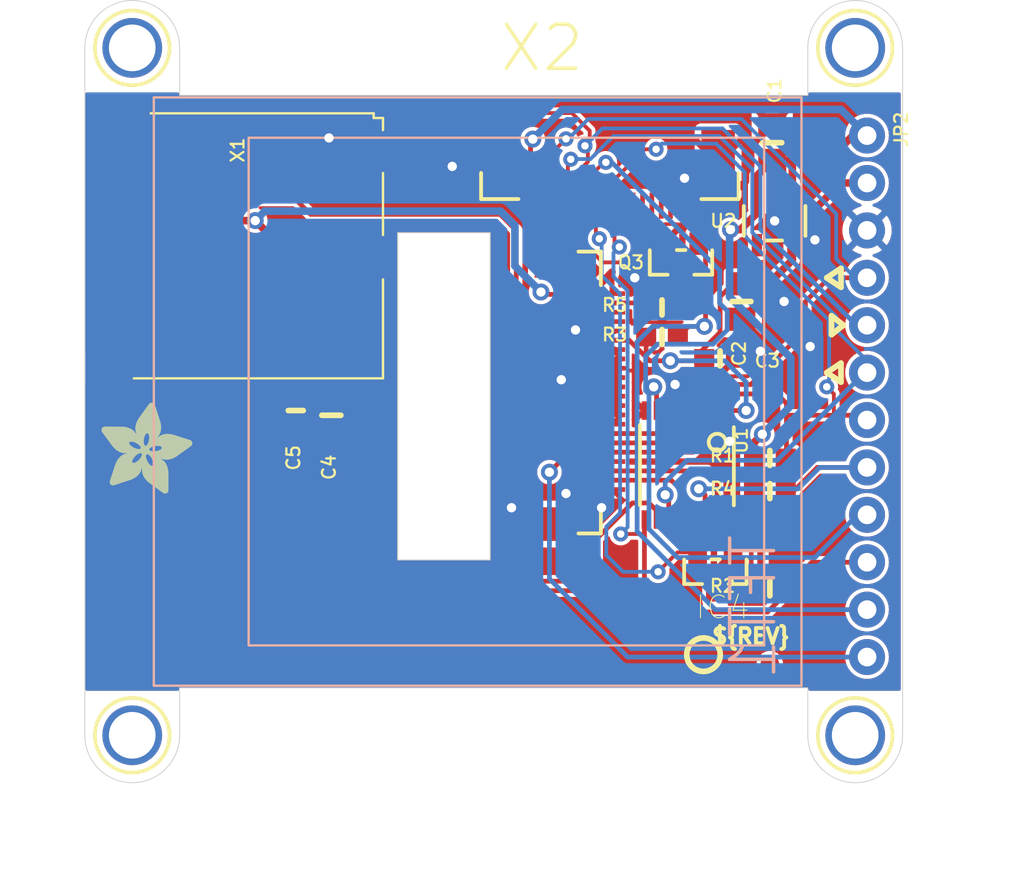
<source format=kicad_pcb>
(kicad_pcb (version 20221018) (generator pcbnew)
  (layers (0 "F.Cu" signal) (1 "In1.Cu" signal) (2 "In2.Cu" signal) (3 "In3.Cu" signal) (4 "In4.Cu" signal) (5 "In5.Cu" signal) (6 "In6.Cu" signal) (7 "In7.Cu" signal) (8 "In8.Cu" signal) (9 "In9.Cu" signal) (10 "In10.Cu" signal) (11 "In11.Cu" signal) (12 "In12.Cu" signal) (13 "In13.Cu" signal) (14 "In14.Cu" signal) (31 "B.Cu" signal) (34 "B.Paste" user) (35 "F.Paste" user) (36 "B.SilkS" user "B.Silkscreen") (37 "F.SilkS" user "F.Silkscreen") (38 "B.Mask" user) (39 "F.Mask" user) (44 "Edge.Cuts" user))
  (net 0 "")
  (net 1 "GND")
  (net 2 "SCK")
  (net 3 "SCK_3V")
  (net 4 "MOSI")
  (net 5 "MOSI_3V")
  (net 6 "MISO")
  (net 7 "+3V3")
  (net 8 "CARDCS")
  (net 9 "CARDCS_3V")
  (net 10 "LEDK")
  (net 11 "LITE")
  (net 12 "TFTDC")
  (net 13 "TFTDC_3V")
  (net 14 "TFTCS_3V")
  (net 15 "TFTCS")
  (net 16 "VIN")
  (net 17 "TFTRST_3V")
  (net 18 "TFTRST")
  (net 19 "N$1")
  (net 20 "TE")
  (footprint "working:PCBFEAT-REV-040" (layer "F.Cu") (at 159.7406 119.1006 180)
    (fp_text reference "U$2" hide)
    (fp_text value "" hide)
  )
  (footprint "working:MOUNTINGHOLE_2.5_PLATED" (layer "F.Cu") (at 167.8686 123.4186)
    (fp_text reference "U$10" hide)
    (fp_text value "MOUNTINGHOLE2.5" hide)
  )
  (footprint "working:PLABEL15" (layer "F.Cu") (at 164.6936 93.8276)
    (fp_text reference "PLABEL15" hide)
    (fp_text value "" hide)
  )
  (footprint "working:PLABEL4" (layer "F.Cu") (at 167.3606 107.0356)
    (fp_text reference "PLABEL4" hide)
    (fp_text value "" hide)
  )
  (footprint "working:0603-NO" (layer "F.Cu") (at 157.5181 102.0826 180)
    (fp_text reference "R3")
    (fp_text value "10K")
  )
  (footprint "working:PLABEL5" (layer "F.Cu") (at 162.2806 104.3686)
    (fp_text reference "PLABEL5" hide)
    (fp_text value "" hide)
  )
  (footprint "working:SOT23-WIDE" (layer "F.Cu") (at 158.5341 98.0821 180)
    (fp_text reference "Q3")
    (fp_text value "BSS138")
  )
  (footprint "working:SOT23-5" (layer "F.Cu") (at 163.5506 95.8596 180)
    (fp_text reference "U2")
    (fp_text value "AP2127K-3.3")
  )
  (footprint "working:0805-NO" (layer "F.Cu") (at 139.8016 106.2736 -90)
    (fp_text reference "C4")
    (fp_text value "10uF")
  )
  (footprint "working:0603-NO" (layer "F.Cu") (at 160.6296 103.2256)
    (fp_text reference "C3")
    (fp_text value "0.1uF")
  )
  (footprint "working:PLABEL16" (layer "F.Cu") (at 165.8366 119.8626)
    (fp_text reference "PLABEL16" hide)
    (fp_text value "" hide)
  )
  (footprint "working:PLABEL7" (layer "F.Cu") (at 162.6616 101.9556)
    (fp_text reference "PLABEL7" hide)
    (fp_text value "" hide)
  )
  (footprint "working:MOUNTINGHOLE_2.5_PLATED" (layer "F.Cu") (at 167.8686 86.5886)
    (fp_text reference "U$9" hide)
    (fp_text value "MOUNTINGHOLE2.5" hide)
  )
  (footprint "working:MICROSD" (layer "F.Cu") (at 134.9756 97.3836 -90)
    (fp_text reference "X1")
    (fp_text value "MICROSD")
  )
  (footprint "working:1X12_ROUND_76MIL" (layer "F.Cu") (at 168.5036 105.2576 -90)
    (fp_text reference "JP2")
    (fp_text value "")
  )
  (footprint "working:FIDUCIAL_1MM" (layer "F.Cu") (at 144.7546 90.5256)
    (fp_text reference "U$4" hide)
    (fp_text value "FIDUCIAL_1MM" hide)
  )
  (footprint "working:0603-NO" (layer "F.Cu") (at 163.2966 115.5446 180)
    (fp_text reference "R2")
    (fp_text value "10K")
  )
  (footprint "working:PLABEL8" (layer "F.Cu") (at 164.9476 117.0686)
    (fp_text reference "PLABEL8" hide)
    (fp_text value "" hide)
  )
  (footprint "working:PLABEL2" (layer "F.Cu") (at 165.2016 112.1156)
    (fp_text reference "PLABEL2" hide)
    (fp_text value "" hide)
  )
  (footprint "working:SOT23-WIDE" (layer "F.Cu") (at 160.3756 114.6556 180)
    (fp_text reference "IC4")
    (fp_text value "APX803-SAG")
  )
  (footprint "working:PLABEL12" (layer "F.Cu") (at 127.3556 112.4966)
    (fp_text reference "PLABEL12" hide)
    (fp_text value "" hide)
  )
  (footprint "working:PLABEL9" (layer "F.Cu") (at 127.3556 117.4496)
    (fp_text reference "PLABEL9" hide)
    (fp_text value "" hide)
  )
  (footprint "working:PLABEL0" (layer "F.Cu") (at 165.2016 91.6686)
    (fp_text reference "PLABEL0" hide)
    (fp_text value "" hide)
  )
  (footprint "working:PLABEL13" (layer "F.Cu") (at 132.9436 110.3376)
    (fp_text reference "PLABEL13" hide)
    (fp_text value "" hide)
  )
  (footprint "working:PLABEL14" (layer "F.Cu") (at 167.2336 98.0186 90)
    (fp_text reference "PLABEL14" hide)
    (fp_text value "" hide)
  )
  (footprint "working:PLABEL1" (layer "F.Cu") (at 164.9476 109.5756)
    (fp_text reference "PLABEL1" hide)
    (fp_text value "" hide)
  )
  (footprint "working:MOUNTINGHOLE_2.5_PLATED" (layer "F.Cu") (at 129.1336 123.4186)
    (fp_text reference "U$8" hide)
    (fp_text value "MOUNTINGHOLE2.5" hide)
  )
  (footprint "working:PLABEL11" (layer "F.Cu") (at 127.3556 114.6556)
    (fp_text reference "PLABEL11" hide)
    (fp_text value "" hide)
  )
  (footprint "working:PLABEL6" (layer "F.Cu") (at 163.2966 99.4156)
    (fp_text reference "PLABEL6" hide)
    (fp_text value "" hide)
  )
  (footprint "working:0603-NO" (layer "F.Cu") (at 163.2966 108.5596 180)
    (fp_text reference "R1")
    (fp_text value "10K")
  )
  (footprint "working:PLABEL3" (layer "F.Cu") (at 167.2336 114.0206)
    (fp_text reference "PLABEL3" hide)
    (fp_text value "" hide)
  )
  (footprint "working:EYE_SPI_DISPLAY_BOTCONTACT" (layer "F.Cu") (at 154.7241 93.8911 180)
    (fp_text reference "X2")
    (fp_text value "EYE_SPI_DISPLAY_FLIP")
  )
  (footprint "working:TSSOP16" (layer "F.Cu") (at 158.8516 108.9406 180)
    (fp_text reference "U1")
    (fp_text value "74HC4050PWR")
  )
  (footprint "working:0805-NO" (layer "F.Cu") (at 161.7726 100.1776 -90)
    (fp_text reference "C2")
    (fp_text value "10uF")
  )
  (footprint "working:0603-NO" (layer "F.Cu") (at 157.5181 100.4951 180)
    (fp_text reference "R5")
    (fp_text value "10")
  )
  (footprint "working:0805-NO" (layer "F.Cu") (at 163.4236 91.6686 90)
    (fp_text reference "C1")
    (fp_text value "10uF")
  )
  (footprint "working:PLABEL10" (layer "F.Cu") (at 127.3556 120.1166)
    (fp_text reference "PLABEL10" hide)
    (fp_text value "" hide)
  )
  (footprint "working:ADAFRUIT_5MM" (layer "F.Cu") (at 127.4826 110.4646)
    (fp_text reference "U$1" hide)
    (fp_text value "" hide)
  )
  (footprint "working:MOUNTINGHOLE_2.5_PLATED" (layer "F.Cu") (at 129.1336 86.5886)
    (fp_text reference "U$7" hide)
    (fp_text value "MOUNTINGHOLE2.5" hide)
  )
  (footprint "working:0603-NO" (layer "F.Cu") (at 137.8966 106.0196 -90)
    (fp_text reference "C5")
    (fp_text value "0.1uF")
  )
  (footprint "working:0603-NO" (layer "F.Cu") (at 163.2966 110.3376 180)
    (fp_text reference "R4")
    (fp_text value "10K")
  )
  (footprint "working:FIDUCIAL_1MM" (layer "F.Cu") (at 163.2966 119.6086)
    (fp_text reference "U$5" hide)
    (fp_text value "FIDUCIAL_1MM" hide)
  )
  (footprint "working:TFT_1.54IN_240X240_22PIN" (layer "B.Cu") (at 153.6446 105.0036 90)
    (fp_text reference "TFT1")
    (fp_text value "DISP_TFT_1.54IN_240X240_22P")
  )
  (footprint "working:PLABEL29" (layer "B.Cu") (at 167.4876 119.2276 180)
    (fp_text reference "PLABEL29" hide)
    (fp_text value "" hide)
  )
  (footprint "working:PLABEL23" (layer "B.Cu") (at 167.4876 106.5276 180)
    (fp_text reference "PLABEL23" hide)
    (fp_text value "" hide)
  )
  (footprint "working:PLABEL24" (layer "B.Cu") (at 167.4876 109.0676 180)
    (fp_text reference "PLABEL24" hide)
    (fp_text value "" hide)
  )
  (footprint "working:PLABEL25" (layer "B.Cu") (at 167.4876 111.6076 180)
    (fp_text reference "PLABEL25" hide)
    (fp_text value "" hide)
  )
  (footprint "working:PLABEL20" (layer "B.Cu") (at 167.4876 98.9076 180)
    (fp_text reference "PLABEL20" hide)
    (fp_text value "" hide)
  )
  (footprint "working:PLABEL27" (layer "B.Cu") (at 167.4876 116.6876 180)
    (fp_text reference "PLABEL27" hide)
    (fp_text value "" hide)
  )
  (footprint "working:PLABEL21" (layer "B.Cu") (at 167.4876 101.4476 180)
    (fp_text reference "PLABEL21" hide)
    (fp_text value "" hide)
  )
  (footprint "working:PLABEL26" (layer "B.Cu") (at 167.4876 114.1476 180)
    (fp_text reference "PLABEL26" hide)
    (fp_text value "" hide)
  )
  (footprint "working:PLABEL28" (layer "B.Cu") (at 128.2446 105.2576 -90)
    (fp_text reference "PLABEL28" hide)
    (fp_text value "" hide)
  )
  (footprint "working:PLABEL19" (layer "B.Cu") (at 167.4876 96.3676 180)
    (fp_text reference "PLABEL19" hide)
    (fp_text value "" hide)
  )
  (footprint "working:PLABEL22" (layer "B.Cu") (at 167.4876 103.9876 180)
    (fp_text reference "PLABEL22" hide)
    (fp_text value "" hide)
  )
  (footprint "working:PLABEL17" (layer "B.Cu") (at 167.4876 91.2876 180)
    (fp_text reference "PLABEL17" hide)
    (fp_text value "" hide)
  )
  (footprint "working:PLABEL18" (layer "B.Cu") (at 167.4876 93.8276 180)
    (fp_text reference "PLABEL18" hide)
    (fp_text value "" hide)
  )
  (gr_line (start 166.5986 101.9556) (end 167.2336 101.4476) (stroke (width 0.3048)) (layer "F.SilkS"))
  (gr_line (start 166.3446 103.9876) (end 167.1066 103.4796) (stroke (width 0.3048)) (layer "F.SilkS"))
  (gr_line (start 166.3446 98.9076) (end 167.1066 98.3996) (stroke (width 0.3048)) (layer "F.SilkS"))
  (gr_line (start 167.1066 103.4796) (end 167.1066 104.4956) (stroke (width 0.3048)) (layer "F.SilkS"))
  (gr_line (start 166.5986 100.9396) (end 166.5986 101.9556) (stroke (width 0.3048)) (layer "F.SilkS"))
  (gr_line (start 167.1066 99.4156) (end 166.3446 98.9076) (stroke (width 0.3048)) (layer "F.SilkS"))
  (gr_line (start 167.2336 101.4476) (end 166.5986 100.9396) (stroke (width 0.3048)) (layer "F.SilkS"))
  (gr_line (start 167.1066 98.3996) (end 167.1066 99.4156) (stroke (width 0.3048)) (layer "F.SilkS"))
  (gr_line (start 167.1066 104.4956) (end 166.3446 103.9876) (stroke (width 0.3048)) (layer "F.SilkS"))
  (gr_line (start 131.6736 89.1286) (end 131.6736 86.5886) (stroke (width 0.05)) (layer "Edge.Cuts"))
  (gr_arc (start 129.1336 125.9586) (mid 127.337549 125.214651) (end 126.5936 123.4186) (stroke (width 0.05)) (layer "Edge.Cuts"))
  (gr_line (start 148.3106 96.4946) (end 143.3576 96.4946) (stroke (width 0.05)) (layer "Edge.Cuts"))
  (gr_line (start 126.5936 86.5886) (end 126.5936 123.4186) (stroke (width 0.05)) (layer "Edge.Cuts"))
  (gr_arc (start 129.1336 84.0486) (mid 130.929651 84.792549) (end 131.6736 86.5886) (stroke (width 0.05)) (layer "Edge.Cuts"))
  (gr_line (start 148.3106 114.0206) (end 148.3106 96.4946) (stroke (width 0.05)) (layer "Edge.Cuts"))
  (gr_line (start 165.3286 89.1286) (end 131.6736 89.1286) (stroke (width 0.05)) (layer "Edge.Cuts"))
  (gr_arc (start 131.6736 123.4186) (mid 130.929651 125.214651) (end 129.1336 125.9586) (stroke (width 0.05)) (layer "Edge.Cuts"))
  (gr_arc (start 167.8686 84.0486) (mid 169.664651 84.792549) (end 170.4086 86.5886) (stroke (width 0.05)) (layer "Edge.Cuts"))
  (gr_line (start 143.3576 114.0206) (end 148.3106 114.0206) (stroke (width 0.05)) (layer "Edge.Cuts"))
  (gr_line (start 143.3576 96.4946) (end 143.3576 114.0206) (stroke (width 0.05)) (layer "Edge.Cuts"))
  (gr_arc (start 167.8686 125.9586) (mid 166.072549 125.214651) (end 165.3286 123.4186) (stroke (width 0.05)) (layer "Edge.Cuts"))
  (gr_line (start 165.3286 86.5886) (end 165.3286 89.1286) (stroke (width 0.05)) (layer "Edge.Cuts"))
  (gr_line (start 165.3286 120.8786) (end 165.3286 123.4186) (stroke (width 0.05)) (layer "Edge.Cuts"))
  (gr_line (start 131.6736 123.4186) (end 131.6736 120.8786) (stroke (width 0.05)) (layer "Edge.Cuts"))
  (gr_arc (start 126.5936 86.5886) (mid 127.337549 84.792549) (end 129.1336 84.0486) (stroke (width 0.05)) (layer "Edge.Cuts"))
  (gr_line (start 131.6736 120.8786) (end 165.3286 120.8786) (stroke (width 0.05)) (layer "Edge.Cuts"))
  (gr_arc (start 165.3286 86.5886) (mid 166.072549 84.792549) (end 167.8686 84.0486) (stroke (width 0.05)) (layer "Edge.Cuts"))
  (gr_arc (start 170.4086 123.4186) (mid 169.664651 125.214651) (end 167.8686 125.9586) (stroke (width 0.05)) (layer "Edge.Cuts"))
  (gr_line (start 170.4086 123.4186) (end 170.4086 86.5886) (stroke (width 0.05)) (layer "Edge.Cuts"))
  (segment (start 152.5056 104.7536) (end 152.1206 104.3686) (width 0.2032) (layer "F.Cu") (net 1))
  (segment (start 158.2166 104.6226) (end 158.05705 104.6226) (width 0.2032) (layer "F.Cu") (net 1))
  (segment (start 154.8426 104.7536) (end 152.5056 104.7536) (width 0.2032) (layer "F.Cu") (net 1))
  (segment (start 158.05705 104.6226) (end 157.31505 103.8806) (width 0.2032) (layer "F.Cu") (net 1))
  (segment (start 157.31505 103.8806) (end 155.7316 103.8806) (width 0.2032) (layer "F.Cu") (net 1))
  (segment (start 154.8426 101.7536) (end 152.934596 101.7536) (width 0.254) (layer "F.Cu") (net 1))
  (segment (start 154.8426 103.7536) (end 155.6046 103.7536) (width 0.2032) (layer "F.Cu") (net 1))
  (segment (start 155.7316 103.8806) (end 155.6046 103.7536) (width 0.2032) (layer "F.Cu") (net 1))
  (segment (start 152.934596 101.7536) (end 152.8826 101.7016) (width 0.254) (layer "F.Cu") (net 1))
  (via (at 165.7096 96.8756) (size 0.9064) (drill 0.5) (layers "F.Cu" "B.Cu") (net 1))
  (via (at 154.2796 111.2266) (size 0.9064) (drill 0.5) (layers "F.Cu" "B.Cu") (net 1))
  (via (at 158.7246 93.5736) (size 0.9064) (drill 0.5) (layers "F.Cu" "B.Cu") (net 1))
  (via (at 146.2786 92.9386) (size 0.9064) (drill 0.5) (layers "F.Cu" "B.Cu") (net 1))
  (via (at 152.1206 104.3686) (size 0.9064) (drill 0.5) (layers "F.Cu" "B.Cu") (net 1))
  (via (at 165.4556 102.5906) (size 0.9064) (drill 0.5) (layers "F.Cu" "B.Cu") (net 1))
  (via (at 139.6746 91.4146) (size 0.9064) (drill 0.5) (layers "F.Cu" "B.Cu") (net 1))
  (via (at 161.1376 107.6706) (size 0.9064) (drill 0.5) (layers "F.Cu" "B.Cu") (net 1))
  (via (at 163.5506 95.8596) (size 0.9064) (drill 0.5) (layers "F.Cu" "B.Cu") (net 1))
  (via (at 152.3746 110.4646) (size 0.9064) (drill 0.5) (layers "F.Cu" "B.Cu") (net 1))
  (via (at 149.4536 111.2266) (size 0.9064) (drill 0.5) (layers "F.Cu" "B.Cu") (net 1))
  (via (at 164.0586 100.1776) (size 0.9064) (drill 0.5) (layers "F.Cu" "B.Cu") (net 1))
  (via (at 162.7886 102.8446) (size 0.9064) (drill 0.5) (layers "F.Cu" "B.Cu") (net 1))
  (via (at 156.0576 98.9076) (size 0.9064) (drill 0.5) (layers "F.Cu" "B.Cu") (net 1))
  (via (at 158.2166 104.6226) (size 0.9064) (drill 0.5) (layers "F.Cu" "B.Cu") (net 1))
  (via (at 152.8826 101.7016) (size 0.9064) (drill 0.5) (layers "F.Cu" "B.Cu") (net 1))
  (segment (start 159.3596 104.6226) (end 162.280596 104.6226) (width 0.254) (layer "F.Cu") (net 2))
  (segment (start 151.8471 91.9897) (end 151.8471 93.1401) (width 0.2032) (layer "F.Cu") (net 2))
  (segment (start 158.5266 105.4556) (end 159.3596 104.6226) (width 0.254) (layer "F.Cu") (net 2))
  (segment (start 158.5266 106.0228) (end 158.5266 105.4556) (width 0.254) (layer "F.Cu") (net 2))
  (segment (start 151.9741 93.2671) (end 151.8471 93.1401) (width 0.2032) (layer "F.Cu") (net 2))
  (segment (start 151.9741 93.2671) (end 151.9741 95.0451) (width 0.2032) (layer "F.Cu") (net 2))
  (segment (start 152.3746 91.4622) (end 151.8471 91.9897) (width 0.2032) (layer "F.Cu") (net 2))
  (segment (start 165.2016 101.7016) (end 165.2016 100.1776) (width 0.254) (layer "F.Cu") (net 2))
  (segment (start 165.2016 100.1776) (end 166.4716 98.9076) (width 0.254) (layer "F.Cu") (net 2))
  (segment (start 165.2016 101.7016) (end 162.280596 104.6226) (width 0.254) (layer "F.Cu") (net 2))
  (segment (start 166.4716 98.9076) (end 168.5036 98.9076) (width 0.254) (layer "F.Cu") (net 2))
  (via (at 152.3746 91.4622) (size 0.8064) (drill 0.4) (layers "F.Cu" "B.Cu") (net 2))
  (segment (start 166.8526 95.4786) (end 166.8526 97.8916) (width 0.2032) (layer "B.Cu") (net 2))
  (segment (start 153.5652 90.3986) (end 152.5016 91.4622) (width 0.2032) (layer "B.Cu") (net 2))
  (segment (start 167.8686 98.9076) (end 168.5036 98.9076) (width 0.2032) (layer "B.Cu") (net 2))
  (segment (start 152.5016 91.4622) (end 152.3746 91.4622) (width 0.2032) (layer "B.Cu") (net 2))
  (segment (start 153.5652 90.3986) (end 161.7726 90.3986) (width 0.2032) (layer "B.Cu") (net 2))
  (segment (start 161.7726 90.3986) (end 166.8526 95.4786) (width 0.2032) (layer "B.Cu") (net 2))
  (segment (start 167.8686 98.9076) (end 166.8526 97.8916) (width 0.2032) (layer "B.Cu") (net 2))
  (segment (start 159.1766 106.7106) (end 159.1766 106.0228) (width 0.254) (layer "F.Cu") (net 3))
  (segment (start 131.8286 94.7446) (end 137.9246 94.7446) (width 0.254) (layer "F.Cu") (net 3))
  (segment (start 149.7076 104.8766) (end 152.5846 107.7536) (width 0.254) (layer "F.Cu") (net 3))
  (segment (start 154.8426 107.7536) (end 158.1336 107.7536) (width 0.254) (layer "F.Cu") (net 3))
  (segment (start 149.7076 96.3676) (end 149.7076 104.8766) (width 0.254) (layer "F.Cu") (net 3))
  (segment (start 158.1336 107.7536) (end 159.1766 106.7106) (width 0.254) (layer "F.Cu") (net 3))
  (segment (start 148.8466 95.5066) (end 138.6866 95.5066) (width 0.254) (layer "F.Cu") (net 3))
  (segment (start 148.8466 95.5066) (end 149.7076 96.3676) (width 0.254) (layer "F.Cu") (net 3))
  (segment (start 138.6866 95.5066) (end 137.9246 94.7446) (width 0.254) (layer "F.Cu") (net 3))
  (segment (start 152.5846 107.7536) (end 154.8426 107.7536) (width 0.254) (layer "F.Cu") (net 3))
  (segment (start 157.6891 110.571225) (end 157.6891 110.537) (width 0.254) (layer "F.Cu") (net 4))
  (segment (start 157.8766 111.8584) (end 157.8766 110.758725) (width 0.254) (layer "F.Cu") (net 4))
  (segment (start 157.8766 110.758725) (end 157.6891 110.571225) (width 0.254) (layer "F.Cu") (net 4))
  (segment (start 152.4741 92.712085) (end 152.4741 95.0451) (width 0.2032) (layer "F.Cu") (net 4))
  (segment (start 152.474115 92.712085) (end 152.4741 92.712085) (width 0.2032) (layer "F.Cu") (net 4))
  (segment (start 152.6286 92.5576) (end 152.474115 92.712085) (width 0.2032) (layer "F.Cu") (net 4))
  (via (at 152.6286 92.5576) (size 0.8064) (drill 0.4) (layers "F.Cu" "B.Cu") (net 4))
  (via (at 157.6891 110.537) (size 0.9064) (drill 0.5) (layers "F.Cu" "B.Cu") (net 4))
  (segment (start 158.8516 108.6866) (end 163.6776 108.6866) (width 0.254) (layer "B.Cu") (net 4))
  (segment (start 154.915668 91.313) (end 160.588262 91.313) (width 0.2032) (layer "B.Cu") (net 4))
  (segment (start 162.3568 93.081538) (end 162.3568 96.482963) (width 0.2032) (layer "B.Cu") (net 4))
  (segment (start 168.5036 103.9876) (end 168.5036 103.3526) (width 0.2032) (layer "B.Cu") (net 4))
  (segment (start 152.6286 92.5576) (end 152.6414 92.5448) (width 0.2032) (layer "B.Cu") (net 4))
  (segment (start 166.8526 100.978763) (end 166.8526 101.7016) (width 0.2032) (layer "B.Cu") (net 4))
  (segment (start 157.6891 109.8491) (end 158.8516 108.6866) (width 0.254) (layer "B.Cu") (net 4))
  (segment (start 168.3766 103.9876) (end 163.6776 108.6866) (width 0.254) (layer "B.Cu") (net 4))
  (segment (start 157.6891 110.537) (end 157.6891 109.8491) (width 0.254) (layer "B.Cu") (net 4))
  (segment (start 152.6414 92.5448) (end 153.683868 92.5448) (width 0.2032) (layer "B.Cu") (net 4))
  (segment (start 168.5036 103.3526) (end 166.8526 101.7016) (width 0.2032) (layer "B.Cu") (net 4))
  (segment (start 168.3766 103.9876) (end 168.5036 103.9876) (width 0.254) (layer "B.Cu") (net 4))
  (segment (start 162.3568 96.482963) (end 166.8526 100.978763) (width 0.2032) (layer "B.Cu") (net 4))
  (segment (start 153.683868 92.5448) (end 154.915668 91.313) (width 0.2032) (layer "B.Cu") (net 4))
  (segment (start 160.588262 91.313) (end 162.3568 93.081538) (width 0.2032) (layer "B.Cu") (net 4))
  (segment (start 158.0136 109.7536) (end 158.5266 110.2666) (width 0.254) (layer "F.Cu") (net 5))
  (segment (start 136.3726 109.0676) (end 142.4686 115.1636) (width 0.254) (layer "F.Cu") (net 5))
  (segment (start 153.3906 109.8296) (end 153.4456 109.7746) (width 0.254) (layer "F.Cu") (net 5))
  (segment (start 153.3906 114.6556) (end 153.3906 109.8296) (width 0.254) (layer "F.Cu") (net 5))
  (segment (start 142.4686 115.1636) (end 152.8826 115.1636) (width 0.254) (layer "F.Cu") (net 5))
  (segment (start 134.917596 96.9446) (end 136.3726 98.3996) (width 0.254) (layer "F.Cu") (net 5))
  (segment (start 158.5266 110.2666) (end 158.5266 111.8584) (width 0.254) (layer "F.Cu") (net 5))
  (segment (start 136.3726 98.3996) (end 136.3726 109.0676) (width 0.254) (layer "F.Cu") (net 5))
  (segment (start 154.8216 109.7746) (end 153.4456 109.7746) (width 0.254) (layer "F.Cu") (net 5))
  (segment (start 154.8216 109.7746) (end 154.8426 109.7536) (width 0.254) (layer "F.Cu") (net 5))
  (segment (start 152.8826 115.1636) (end 153.3906 114.6556) (width 0.254) (layer "F.Cu") (net 5))
  (segment (start 131.8286 96.9446) (end 134.917596 96.9446) (width 0.254) (layer "F.Cu") (net 5))
  (segment (start 154.8426 109.7536) (end 158.0136 109.7536) (width 0.254) (layer "F.Cu") (net 5))
  (segment (start 153.3906 91.8368) (end 153.5456 91.9918) (width 0.2032) (layer "F.Cu") (net 6))
  (segment (start 152.6921 90.0811) (end 147.6121 90.0811) (width 0.2032) (layer "F.Cu") (net 6))
  (segment (start 147.6121 90.0811) (end 143.3576 94.3356) (width 0.2032) (layer "F.Cu") (net 6))
  (segment (start 131.8286 92.5446) (end 138.7726 92.5446) (width 0.254) (layer "F.Cu") (net 6))
  (segment (start 138.7726 92.5446) (end 140.5636 94.3356) (width 0.254) (layer "F.Cu") (net 6))
  (segment (start 153.5456 92.6956) (end 152.9741 93.2671) (width 0.2032) (layer "F.Cu") (net 6))
  (segment (start 153.5456 91.9918) (end 153.5456 92.6956) (width 0.2032) (layer "F.Cu") (net 6))
  (segment (start 153.6446 91.0336) (end 153.6446 91.5828) (width 0.2032) (layer "F.Cu") (net 6))
  (segment (start 153.3906 91.8368) (end 153.6446 91.5828) (width 0.2032) (layer "F.Cu") (net 6))
  (segment (start 152.9741 93.2671) (end 152.9741 95.0451) (width 0.2032) (layer "F.Cu") (net 6))
  (segment (start 153.6446 91.0336) (end 152.6921 90.0811) (width 0.2032) (layer "F.Cu") (net 6))
  (segment (start 143.3576 94.3356) (end 140.5636 94.3356) (width 0.2032) (layer "F.Cu") (net 6))
  (via (at 153.3906 91.8368) (size 0.8064) (drill 0.4) (layers "F.Cu" "B.Cu") (net 6))
  (segment (start 160.7566 90.9066) (end 154.3208 90.9066) (width 0.2032) (layer "B.Cu") (net 6))
  (segment (start 168.5036 101.4476) (end 167.9321 101.4476) (width 0.254) (layer "B.Cu") (net 6))
  (segment (start 167.9321 101.4476) (end 162.7886 96.3041) (width 0.254) (layer "B.Cu") (net 6))
  (segment (start 153.3906 91.8368) (end 154.3208 90.9066) (width 0.2032) (layer "B.Cu") (net 6))
  (segment (start 162.7886 92.9386) (end 160.7566 90.9066) (width 0.2032) (layer "B.Cu") (net 6))
  (segment (start 162.7886 96.3041) (end 162.7886 92.9386) (width 0.2032) (layer "B.Cu") (net 6))
  (segment (start 152.3746 102.7176) (end 151.8666 102.2096) (width 0.4064) (layer "F.Cu") (net 7))
  (segment (start 168.5036 93.8276) (end 167.1066 93.8276) (width 0.4064) (layer "F.Cu") (net 7))
  (segment (start 139.8016 105.3236) (end 138.0506 105.3236) (width 0.4064) (layer "F.Cu") (net 7))
  (segment (start 151.0326 99.6696) (end 151.1596 99.7966) (width 0.254) (layer "F.Cu") (net 7))
  (segment (start 137.8966 98.0186) (end 137.8966 105.1696) (width 0.4064) (layer "F.Cu") (net 7))
  (segment (start 156.8586 103.3526) (end 157.9626 103.3526) (width 0.254) (layer "F.Cu") (net 7))
  (segment (start 154.8426 99.7536) (end 154.8426 98.5986) (width 0.254) (layer "F.Cu") (net 7))
  (segment (start 154.8426 102.2536) (end 153.8266 102.2536) (width 0.254) (layer "F.Cu") (net 7))
  (segment (start 163.2306 99.2276) (end 164.5006 97.9576) (width 0.4064) (layer "F.Cu") (net 7))
  (segment (start 154.8426 98.5986) (end 153.3906 100.0506) (width 0.4064) (layer "F.Cu") (net 7))
  (segment (start 161.7726 99.2276) (end 161.3256 99.2276) (width 0.254) (layer "F.Cu") (net 7))
  (segment (start 162.0266 106.0196) (end 162.0234 106.0228) (width 0.254) (layer "F.Cu") (net 7))
  (segment (start 159.7796 103.2256) (end 159.5061 102.9521) (width 0.254) (layer "F.Cu") (net 7))
  (segment (start 153.3906 100.0506) (end 153.3906 100.7536) (width 0.4064) (layer "F.Cu") (net 7))
  (segment (start 153.3906 100.7536) (end 154.8426 100.7536) (width 0.254) (layer "F.Cu") (net 7))
  (segment (start 154.8426 101.2536) (end 154.8426 100.7536) (width 0.254) (layer "F.Cu") (net 7))
  (segment (start 153.8266 102.2536) (end 153.8266 102.2816) (width 0.254) (layer "F.Cu") (net 7))
  (segment (start 160.6296 99.9236) (end 160.6296 101.8286) (width 0.254) (layer "F.Cu") (net 7))
  (segment (start 151.8666 101.1936) (end 152.3066 100.7536) (width 0.4064) (layer "F.Cu") (net 7))
  (segment (start 156.8586 103.3526) (end 156.6681 103.1621) (width 0.254) (layer "F.Cu") (net 7))
  (segment (start 135.7226 95.8446) (end 137.8966 98.0186) (width 0.4064) (layer "F.Cu") (net 7))
  (segment (start 156.6681 103.1621) (end 155.7596 102.2536) (width 0.254) (layer "F.Cu") (net 7))
  (segment (start 153.3906 102.7176) (end 152.3746 102.7176) (width 0.4064) (layer "F.Cu") (net 7))
  (segment (start 159.6526 103.3526) (end 159.7796 103.2256) (width 0.254) (layer "F.Cu") (net 7))
  (segment (start 152.3066 100.7536) (end 153.3906 100.7536) (width 0.4064) (layer "F.Cu") (net 7))
  (segment (start 161.3256 99.2276) (end 160.6296 99.9236) (width 0.254) (layer "F.Cu") (net 7))
  (segment (start 160.6296 101.8286) (end 159.5061 102.9521) (width 0.254) (layer "F.Cu") (net 7))
  (segment (start 154.8426 99.7536) (end 154.8426 98.5696) (width 0.254) (layer "F.Cu") (net 7))
  (segment (start 154.8426 102.2536) (end 155.7596 102.2536) (width 0.254) (layer "F.Cu") (net 7))
  (segment (start 154.8426 98.5696) (end 153.6156 99.7966) (width 0.254) (layer "F.Cu") (net 7))
  (segment (start 153.6156 99.7966) (end 151.1596 99.7966) (width 0.254) (layer "F.Cu") (net 7))
  (segment (start 159.6526 103.3526) (end 157.9626 103.3526) (width 0.254) (layer "F.Cu") (net 7))
  (segment (start 153.8266 102.2816) (end 153.3906 102.7176) (width 0.254) (layer "F.Cu") (net 7))
  (segment (start 156.6681 102.0826) (end 156.6681 103.1621) (width 0.254) (layer "F.Cu") (net 7))
  (segment (start 138.0506 105.3236) (end 137.8966 105.1696) (width 0.254) (layer "F.Cu") (net 7))
  (segment (start 131.4286 95.8446) (end 135.7226 95.8446) (width 0.4064) (layer "F.Cu") (net 7))
  (segment (start 167.1066 93.8276) (end 164.5006 96.4336) (width 0.4064) (layer "F.Cu") (net 7))
  (segment (start 164.5006 96.4336) (end 164.5006 97.1597) (width 0.4064) (layer "F.Cu") (net 7))
  (segment (start 162.0234 106.0228) (end 161.1266 106.0228) (width 0.254) (layer "F.Cu") (net 7))
  (segment (start 164.5006 97.9576) (end 164.5006 97.1597) (width 0.4064) (layer "F.Cu") (net 7))
  (segment (start 151.8666 102.2096) (end 151.8666 101.1936) (width 0.4064) (layer "F.Cu") (net 7))
  (segment (start 161.7726 99.2276) (end 163.2306 99.2276) (width 0.4064) (layer "F.Cu") (net 7))
  (via (at 151.0326 99.6696) (size 0.9064) (drill 0.5) (layers "F.Cu" "B.Cu") (net 7))
  (via (at 162.0266 106.0196) (size 0.9064) (drill 0.5) (layers "F.Cu" "B.Cu") (net 7))
  (via (at 157.9626 103.3526) (size 0.9064) (drill 0.5) (layers "F.Cu" "B.Cu") (net 7))
  (via (at 135.7226 95.8446) (size 0.9064) (drill 0.5) (layers "F.Cu" "B.Cu") (net 7))
  (segment (start 148.8586 95.3366) (end 136.2306 95.3366) (width 0.4064) (layer "B.Cu") (net 7))
  (segment (start 135.7226 95.8446) (end 136.2306 95.3366) (width 0.4064) (layer "B.Cu") (net 7))
  (segment (start 160.8836 103.3526) (end 157.9626 103.3526) (width 0.254) (layer "B.Cu") (net 7))
  (segment (start 149.6356 98.2726) (end 151.0326 99.6696) (width 0.4064) (layer "B.Cu") (net 7))
  (segment (start 162.0266 104.4956) (end 160.8836 103.3526) (width 0.254) (layer "B.Cu") (net 7))
  (segment (start 162.0266 104.4956) (end 162.0266 106.0196) (width 0.254) (layer "B.Cu") (net 7))
  (segment (start 149.6356 96.1136) (end 148.8586 95.3366) (width 0.4064) (layer "B.Cu") (net 7))
  (segment (start 149.6356 96.1136) (end 149.6356 98.2726) (width 0.4064) (layer "B.Cu") (net 7))
  (segment (start 163.1696 116.8146) (end 164.1466 115.8376) (width 0.254) (layer "F.Cu") (net 8))
  (segment (start 156.5766 115.6826) (end 157.7086 116.8146) (width 0.254) (layer "F.Cu") (net 8))
  (segment (start 164.1466 115.5446) (end 165.5436 114.1476) (width 0.254) (layer "F.Cu") (net 8))
  (segment (start 155.306193 112.634194) (end 156.460193 112.634194) (width 0.2032) (layer "F.Cu") (net 8))
  (segment (start 155.2321 97.2566) (end 154.9741 97.2566) (width 0.2032) (layer "F.Cu") (net 8))
  (segment (start 164.1466 115.8376) (end 164.1466 115.5446) (width 0.254) (layer "F.Cu") (net 8))
  (segment (start 154.9741 95.0451) (end 154.9741 97.2566) (width 0.2032) (layer "F.Cu") (net 8))
  (segment (start 156.460193 112.634194) (end 156.5766 112.7506) (width 0.2032) (layer "F.Cu") (net 8))
  (segment (start 156.5766 111.8584) (end 156.5766 112.7506) (width 0.254) (layer "F.Cu") (net 8))
  (segment (start 156.5766 112.7506) (end 156.5766 115.6826) (width 0.254) (layer "F.Cu") (net 8))
  (segment (start 157.7086 116.8146) (end 163.1696 116.8146) (width 0.254) (layer "F.Cu") (net 8))
  (segment (start 165.5436 114.1476) (end 168.5036 114.1476) (width 0.254) (layer "F.Cu") (net 8))
  (via (at 155.306193 112.634194) (size 0.8064) (drill 0.4) (layers "F.Cu" "B.Cu") (net 8))
  (via (at 155.2321 97.2566) (size 0.8064) (drill 0.4) (layers "F.Cu" "B.Cu") (net 8))
  (segment (start 154.9186 98.840575) (end 155.6766 99.598575) (width 0.2032) (layer "B.Cu") (net 8))
  (segment (start 154.9186 97.5701) (end 154.9186 98.840575) (width 0.2032) (layer "B.Cu") (net 8))
  (segment (start 155.6766 99.598575) (end 155.6766 112.263788) (width 0.2032) (layer "B.Cu") (net 8))
  (segment (start 155.6766 112.263788) (end 155.306193 112.634194) (width 0.2032) (layer "B.Cu") (net 8))
  (segment (start 155.2321 97.2566) (end 154.9186 97.5701) (width 0.2032) (layer "B.Cu") (net 8))
  (segment (start 157.2266 111.3796) (end 156.8196 110.9726) (width 0.254) (layer "F.Cu") (net 9))
  (segment (start 157.2266 111.8584) (end 157.2266 111.3796) (width 0.254) (layer "F.Cu") (net 9))
  (segment (start 141.5796 115.6716) (end 135.2296 109.3216) (width 0.254) (layer "F.Cu") (net 9))
  (segment (start 133.3506 98.0446) (end 132.2286 98.0446) (width 0.254) (layer "F.Cu") (net 9))
  (segment (start 156.8196 110.9726) (end 155.9306 110.9726) (width 0.254) (layer "F.Cu") (net 9))
  (segment (start 135.2296 99.9236) (end 133.3506 98.0446) (width 0.254) (layer "F.Cu") (net 9))
  (segment (start 154.0256 112.8776) (end 154.0256 114.7826) (width 0.254) (layer "F.Cu") (net 9))
  (segment (start 135.2296 109.3216) (end 135.2296 99.9236) (width 0.254) (layer "F.Cu") (net 9))
  (segment (start 154.0256 114.7826) (end 153.1366 115.6716) (width 0.254) (layer "F.Cu") (net 9))
  (segment (start 155.9306 110.9726) (end 154.0256 112.8776) (width 0.254) (layer "F.Cu") (net 9))
  (segment (start 153.1366 115.6716) (end 141.5796 115.6716) (width 0.254) (layer "F.Cu") (net 9))
  (segment (start 156.4266 100.2536) (end 156.6681 100.4951) (width 0.254) (layer "F.Cu") (net 10))
  (segment (start 156.4266 100.2536) (end 154.8426 100.2536) (width 0.254) (layer "F.Cu") (net 10))
  (segment (start 159.7881 101.5111) (end 159.8516 101.4476) (width 0.254) (layer "F.Cu") (net 11))
  (segment (start 159.7881 101.5111) (end 158.9396 101.5111) (width 0.254) (layer "F.Cu") (net 11))
  (segment (start 159.8516 97.3226) (end 159.3186 96.7896) (width 0.254) (layer "F.Cu") (net 11))
  (segment (start 159.2551 96.8531) (end 159.3186 96.7896) (width 0.2032) (layer "F.Cu") (net 11))
  (segment (start 152.7556 96.4946) (end 154.3431 98.0821) (width 0.2032) (layer "F.Cu") (net 11))
  (segment (start 159.4841 97.0821) (end 159.4841 97.1956) (width 0.2032) (layer "F.Cu") (net 11))
  (segment (start 151.2316 96.4946) (end 152.7556 96.4946) (width 0.2032) (layer "F.Cu") (net 11))
  (segment (start 158.9396 101.5111) (end 158.3681 102.0826) (width 0.254) (layer "F.Cu") (net 11))
  (segment (start 159.2551 96.8531) (end 159.4841 97.0821) (width 0.254) (layer "F.Cu") (net 11))
  (segment (start 159.4841 97.1956) (end 158.5976 98.0821) (width 0.2032) (layer "F.Cu") (net 11))
  (segment (start 159.8516 97.3226) (end 159.8516 101.4476) (width 0.254) (layer "F.Cu") (net 11))
  (segment (start 154.3431 98.0821) (end 158.5976 98.0821) (width 0.2032) (layer "F.Cu") (net 11))
  (segment (start 150.9741 95.0451) (end 150.9741 96.2371) (width 0.2032) (layer "F.Cu") (net 11))
  (segment (start 150.9741 96.2371) (end 151.2316 96.4946) (width 0.2032) (layer "F.Cu") (net 11))
  (via (at 159.7881 101.5111) (size 0.9064) (drill 0.5) (layers "F.Cu" "B.Cu") (net 11))
  (segment (start 156.1846 112.4966) (end 160.3756 116.6876) (width 0.254) (layer "B.Cu") (net 11))
  (segment (start 160.3756 116.6876) (end 168.5036 116.6876) (width 0.254) (layer "B.Cu") (net 11))
  (segment (start 157.0101 101.5111) (end 159.7881 101.5111) (width 0.254) (layer "B.Cu") (net 11))
  (segment (start 156.1846 102.3366) (end 157.0101 101.5111) (width 0.254) (layer "B.Cu") (net 11))
  (segment (start 156.1846 102.3366) (end 156.1846 112.4966) (width 0.254) (layer "B.Cu") (net 11))
  (segment (start 153.4741 95.0451) (end 153.4741 93.65405) (width 0.2032) (layer "F.Cu") (net 12))
  (segment (start 157.2266 104.9026) (end 157.0736 104.7496) (width 0.254) (layer "F.Cu") (net 12))
  (segment (start 153.4741 93.65405) (end 154.405812 92.722338) (width 0.2032) (layer "F.Cu") (net 12))
  (segment (start 154.5076 92.722338) (end 154.405812 92.722338) (width 0.2032) (layer "F.Cu") (net 12))
  (segment (start 157.2266 106.0228) (end 157.2266 104.9026) (width 0.254) (layer "F.Cu") (net 12))
  (via (at 157.0736 104.7496) (size 0.9064) (drill 0.5) (layers "F.Cu" "B.Cu") (net 12))
  (via (at 154.5076 92.722338) (size 0.8064) (drill 0.4) (layers "F.Cu" "B.Cu") (net 12))
  (segment (start 156.6418 103.0986) (end 157.2768 102.4636) (width 0.254) (layer "B.Cu") (net 12))
  (segment (start 165.7096 113.8936) (end 167.9956 111.6076) (width 0.254) (layer "B.Cu") (net 12))
  (segment (start 157.0736 104.8766) (end 156.8196 105.1306) (width 0.254) (layer "B.Cu") (net 12))
  (segment (start 165.7096 113.8936) (end 158.3436 113.8936) (width 0.254) (layer "B.Cu") (net 12))
  (segment (start 160.6042 98.5012) (end 154.825337 92.722338) (width 0.254) (layer "B.Cu") (net 12))
  (segment (start 161.0106 100.677944) (end 160.6042 100.271544) (width 0.254) (layer "B.Cu") (net 12))
  (segment (start 156.6418 104.9528) (end 156.6418 103.0986) (width 0.254) (layer "B.Cu") (net 12))
  (segment (start 167.9956 111.6076) (end 168.5036 111.6076) (width 0.254) (layer "B.Cu") (net 12))
  (segment (start 160.6042 100.271544) (end 160.6042 98.5012) (width 0.254) (layer "B.Cu") (net 12))
  (segment (start 156.8196 105.1306) (end 156.8196 112.3696) (width 0.254) (layer "B.Cu") (net 12))
  (segment (start 156.8196 112.3696) (end 158.3436 113.8936) (width 0.254) (layer "B.Cu") (net 12))
  (segment (start 161.0106 101.7016) (end 161.0106 100.677944) (width 0.254) (layer "B.Cu") (net 12))
  (segment (start 157.0736 104.7496) (end 157.0736 104.8766) (width 0.254) (layer "B.Cu") (net 12))
  (segment (start 156.8196 105.1306) (end 156.6418 104.9528) (width 0.254) (layer "B.Cu") (net 12))
  (segment (start 157.2768 102.4636) (end 160.2486 102.4636) (width 0.254) (layer "B.Cu") (net 12))
  (segment (start 160.2486 102.4636) (end 161.0106 101.7016) (width 0.254) (layer "B.Cu") (net 12))
  (segment (start 154.825337 92.722338) (end 154.5076 92.722338) (width 0.254) (layer "B.Cu") (net 12))
  (segment (start 157.8766 106.8676) (end 157.8766 106.0228) (width 0.254) (layer "F.Cu") (net 13))
  (segment (start 157.4906 107.2536) (end 157.8766 106.8676) (width 0.254) (layer "F.Cu") (net 13))
  (segment (start 154.8426 107.2536) (end 157.4906 107.2536) (width 0.254) (layer "F.Cu") (net 13))
  (segment (start 160.4766 106.9346) (end 160.4766 106.0228) (width 0.254) (layer "F.Cu") (net 14))
  (segment (start 159.1576 108.2536) (end 160.4766 106.9346) (width 0.254) (layer "F.Cu") (net 14))
  (segment (start 154.8426 108.2536) (end 159.1576 108.2536) (width 0.254) (layer "F.Cu") (net 14))
  (segment (start 156.5942 92.021) (end 157.2006 92.021) (width 0.2032) (layer "F.Cu") (net 15))
  (segment (start 164.1856 106.2736) (end 164.1856 108.5596) (width 0.254) (layer "F.Cu") (net 15))
  (segment (start 166.7256 105.1306) (end 166.7256 106.2736) (width 0.2032) (layer "F.Cu") (net 15))
  (segment (start 164.1466 108.5596) (end 164.1856 108.5596) (width 0.254) (layer "F.Cu") (net 15))
  (segment (start 164.1856 106.2736) (end 166.7256 106.2736) (width 0.254) (layer "F.Cu") (net 15))
  (segment (start 154.4741 95.0451) (end 154.4741 94.1411) (width 0.2032) (layer "F.Cu") (net 15))
  (segment (start 159.8266 106.0228) (end 159.8266 105.4256) (width 0.254) (layer "F.Cu") (net 15))
  (segment (start 164.1856 105.6386) (end 164.1856 106.2736) (width 0.254) (layer "F.Cu") (net 15))
  (segment (start 160.1216 105.1306) (end 163.6776 105.1306) (width 0.254) (layer "F.Cu") (net 15))
  (segment (start 163.6776 105.1306) (end 164.1856 105.6386) (width 0.254) (layer "F.Cu") (net 15))
  (segment (start 168.2496 106.2736) (end 168.5036 106.5276) (width 0.254) (layer "F.Cu") (net 15))
  (segment (start 154.4741 94.1411) (end 156.5942 92.021) (width 0.2032) (layer "F.Cu") (net 15))
  (segment (start 166.3446 104.7496) (end 166.7256 105.1306) (width 0.2032) (layer "F.Cu") (net 15))
  (segment (start 159.8266 105.4256) (end 160.1216 105.1306) (width 0.254) (layer "F.Cu") (net 15))
  (segment (start 166.7256 106.2736) (end 168.2496 106.2736) (width 0.254) (layer "F.Cu") (net 15))
  (via (at 166.3446 104.7496) (size 0.8064) (drill 0.4) (layers "F.Cu" "B.Cu") (net 15))
  (via (at 157.2006 92.021) (size 0.8064) (drill 0.4) (layers "F.Cu" "B.Cu") (net 15))
  (segment (start 161.9504 93.249875) (end 161.9504 96.6724) (width 0.2032) (layer "B.Cu") (net 15))
  (segment (start 157.2006 92.021) (end 157.5022 91.7194) (width 0.2032) (layer "B.Cu") (net 15))
  (segment (start 166.4716 101.895338) (end 166.4716 104.6226) (width 0.2032) (layer "B.Cu") (net 15))
  (segment (start 166.4462 101.1682) (end 166.4462 101.869938) (width 0.2032) (layer "B.Cu") (net 15))
  (segment (start 160.419925 91.7194) (end 161.9504 93.249875) (width 0.2032) (layer "B.Cu") (net 15))
  (segment (start 166.4462 101.869938) (end 166.4716 101.895338) (width 0.2032) (layer "B.Cu") (net 15))
  (segment (start 157.5022 91.7194) (end 160.419925 91.7194) (width 0.2032) (layer "B.Cu") (net 15))
  (segment (start 161.9504 96.6724) (end 166.4462 101.1682) (width 0.2032) (layer "B.Cu") (net 15))
  (segment (start 166.4716 104.6226) (end 166.3446 104.7496) (width 0.2032) (layer "B.Cu") (net 15))
  (segment (start 161.187012 96.3255) (end 161.7236 96.3255) (width 0.4064) (layer "F.Cu") (net 16))
  (segment (start 162.6006 93.4416) (end 163.4236 92.6186) (width 0.4064) (layer "F.Cu") (net 16))
  (segment (start 160.3756 115.6556) (end 162.4466 115.6556) (width 0.4064) (layer "F.Cu") (net 16))
  (segment (start 162.8276 110.7186) (end 162.8276 115.1636) (width 0.4064) (layer "F.Cu") (net 16))
  (segment (start 162.8276 110.7186) (end 162.4466 110.3376) (width 0.4064) (layer "F.Cu") (net 16))
  (segment (start 162.6006 94.5595) (end 162.6006 93.4416) (width 0.4064) (layer "F.Cu") (net 16))
  (segment (start 162.6006 95.4485) (end 162.6006 94.5595) (width 0.4064) (layer "F.Cu") (net 16))
  (segment (start 150.4741 95.0451) (end 150.4741 91.6006) (width 0.254) (layer "F.Cu") (net 16))
  (segment (start 162.6006 95.4485) (end 161.7236 96.3255) (width 0.4064) (layer "F.Cu") (net 16))
  (segment (start 150.5966 91.4781) (end 150.4741 91.6006) (width 0.4064) (layer "F.Cu") (net 16))
  (segment (start 166.4106 92.6186) (end 164.5666 92.6186) (width 0.4064) (layer "F.Cu") (net 16))
  (segment (start 164.5006 94.5595) (end 164.5006 92.6846) (width 0.4064) (layer "F.Cu") (net 16))
  (segment (start 164.5666 92.6186) (end 163.4236 92.6186) (width 0.4064) (layer "F.Cu") (net 16))
  (segment (start 162.4466 115.5446) (end 162.4466 115.6556) (width 0.4064) (layer "F.Cu") (net 16))
  (segment (start 162.4466 115.5446) (end 162.8276 115.1636) (width 0.254) (layer "F.Cu") (net 16))
  (segment (start 162.4466 108.5596) (end 162.4466 107.7372) (width 0.4064) (layer "F.Cu") (net 16))
  (segment (start 162.8942 107.2896) (end 162.4466 107.7372) (width 0.4064) (layer "F.Cu") (net 16))
  (segment (start 168.5036 91.2876) (end 167.7416 91.2876) (width 0.4064) (layer "F.Cu") (net 16))
  (segment (start 167.7416 91.2876) (end 166.4106 92.6186) (width 0.4064) (layer "F.Cu") (net 16))
  (segment (start 164.5006 92.6846) (end 164.5666 92.6186) (width 0.4064) (layer "F.Cu") (net 16))
  (segment (start 162.4466 110.3376) (end 162.4466 108.5596) (width 0.4064) (layer "F.Cu") (net 16))
  (via (at 162.8942 107.2896) (size 0.9064) (drill 0.5) (layers "F.Cu" "B.Cu") (net 16))
  (via (at 150.5966 91.4781) (size 0.9064) (drill 0.5) (layers "F.Cu" "B.Cu") (net 16))
  (via (at 161.187012 96.3255) (size 0.9064) (drill 0.5) (layers "F.Cu" "B.Cu") (net 16))
  (segment (start 150.5966 91.4781) (end 152.1841 89.8906) (width 0.4064) (layer "B.Cu") (net 16))
  (segment (start 162.8942 107.2896) (end 164.4182 105.7656) (width 0.4064) (layer "B.Cu") (net 16))
  (segment (start 167.1066 89.8906) (end 168.5036 91.2876) (width 0.4064) (layer "B.Cu") (net 16))
  (segment (start 164.4182 103.2042) (end 164.4182 105.7656) (width 0.4064) (layer "B.Cu") (net 16))
  (segment (start 164.4182 103.2042) (end 161.1376 99.9236) (width 0.4064) (layer "B.Cu") (net 16))
  (segment (start 167.1066 89.8906) (end 152.1841 89.8906) (width 0.4064) (layer "B.Cu") (net 16))
  (segment (start 161.187012 96.3255) (end 161.1376 96.374913) (width 0.4064) (layer "B.Cu") (net 16))
  (segment (start 161.1376 96.374913) (end 161.1376 99.9236) (width 0.4064) (layer "B.Cu") (net 16))
  (segment (start 160.4766 109.8036) (end 160.4766 111.8584) (width 0.254) (layer "F.Cu") (net 17))
  (segment (start 159.9266 109.2536) (end 160.4766 109.8036) (width 0.254) (layer "F.Cu") (net 17))
  (segment (start 154.8426 109.2536) (end 159.9266 109.2536) (width 0.254) (layer "F.Cu") (net 17))
  (segment (start 159.4641 113.6171) (end 159.4256 113.6556) (width 0.254) (layer "F.Cu") (net 18))
  (segment (start 153.9741 96.6272) (end 154.159 96.8121) (width 0.2032) (layer "F.Cu") (net 18))
  (segment (start 159.8266 113.2546) (end 159.4641 113.6171) (width 0.254) (layer "F.Cu") (net 18))
  (segment (start 165.8366 109.0676) (end 168.5036 109.0676) (width 0.254) (layer "F.Cu") (net 18))
  (segment (start 159.8266 111.8584) (end 159.8266 113.2546) (width 0.254) (layer "F.Cu") (net 18))
  (segment (start 157.31 114.659188) (end 158.352087 113.6171) (width 0.2032) (layer "F.Cu") (net 18))
  (segment (start 164.5666 110.3376) (end 165.8366 109.0676) (width 0.254) (layer "F.Cu") (net 18))
  (segment (start 153.9741 95.0451) (end 153.9741 96.6272) (width 0.2032) (layer "F.Cu") (net 18))
  (segment (start 159.8266 110.5506) (end 159.4866 110.2106) (width 0.254) (layer "F.Cu") (net 18))
  (segment (start 164.1466 110.3376) (end 164.5666 110.3376) (width 0.254) (layer "F.Cu") (net 18))
  (segment (start 158.352087 113.6171) (end 159.4641 113.6171) (width 0.2032) (layer "F.Cu") (net 18))
  (segment (start 159.8266 111.8584) (end 159.8266 110.5506) (width 0.254) (layer "F.Cu") (net 18))
  (via (at 157.31 114.659188) (size 0.8064) (drill 0.4) (layers "F.Cu" "B.Cu") (net 18))
  (via (at 154.159 96.8121) (size 0.8064) (drill 0.4) (layers "F.Cu" "B.Cu") (net 18))
  (via (at 159.4866 110.2106) (size 0.9064) (drill 0.5) (layers "F.Cu" "B.Cu") (net 18))
  (segment (start 154.286 96.8121) (end 154.286 98.787) (width 0.2032) (layer "B.Cu") (net 18))
  (segment (start 154.159 96.8121) (end 154.286 96.8121) (width 0.2032) (layer "B.Cu") (net 18))
  (segment (start 159.4866 110.2106) (end 164.8206 110.2106) (width 0.254) (layer "B.Cu") (net 18))
  (segment (start 155.426187 114.659188) (end 157.31 114.659188) (width 0.2032) (layer "B.Cu") (net 18))
  (segment (start 154.286 98.787) (end 155.2702 99.7712) (width 0.2032) (layer "B.Cu") (net 18))
  (segment (start 155.2702 111.506) (end 154.5336 112.2426) (width 0.2032) (layer "B.Cu") (net 18))
  (segment (start 164.8206 110.2106) (end 165.9636 109.0676) (width 0.254) (layer "B.Cu") (net 18))
  (segment (start 154.5336 113.7666) (end 155.426187 114.659188) (width 0.2032) (layer "B.Cu") (net 18))
  (segment (start 155.2702 99.7712) (end 155.2702 111.506) (width 0.2032) (layer "B.Cu") (net 18))
  (segment (start 165.9636 109.0676) (end 168.5036 109.0676) (width 0.254) (layer "B.Cu") (net 18))
  (segment (start 154.5336 112.2426) (end 154.5336 113.7666) (width 0.2032) (layer "B.Cu") (net 18))
  (segment (start 158.3681 99.0821) (end 158.3681 100.4951) (width 0.254) (layer "F.Cu") (net 19))
  (segment (start 158.5341 99.0821) (end 158.3681 99.0821) (width 0.254) (layer "F.Cu") (net 19))
  (segment (start 154.8426 108.7536) (end 152.0536 108.7536) (width 0.254) (layer "F.Cu") (net 20))
  (segment (start 152.0536 108.7536) (end 151.4856 109.3216) (width 0.254) (layer "F.Cu") (net 20))
  (via (at 151.4856 109.3216) (size 0.9064) (drill 0.5) (layers "F.Cu" "B.Cu") (net 20))
  (segment (start 151.4856 109.3216) (end 151.4856 115.0366) (width 0.254) (layer "B.Cu") (net 20))
  (segment (start 151.4856 115.0366) (end 155.6766 119.2276) (width 0.254) (layer "B.Cu") (net 20))
  (segment (start 155.6766 119.2276) (end 168.5036 119.2276) (width 0.254) (layer "B.Cu") (net 20))
  (zone (net 1) (net_name "GND") (layer "F.Cu") (priority 6) (connect_pads (clearance 0.000001)) (min_thickness 0.1524) (fill yes (thermal_gap 0.3548) (thermal_bridge_width 0.3548))
    (polygon (pts (xy 170.307 121.031) (xy 126.4412 121.031) (xy 126.441204 88.9762) (xy 170.307 88.9762)))
  )
  (zone (net 1) (net_name "GND") (layer "B.Cu") (priority 6) (connect_pads (clearance 0.000001)) (min_thickness 0.1524) (fill yes (thermal_gap 0.3548) (thermal_bridge_width 0.3548))
    (polygon (pts (xy 170.307 121.031) (xy 126.4412 121.031) (xy 126.441204 88.9762) (xy 170.307 88.9762)))
  )
)
</source>
